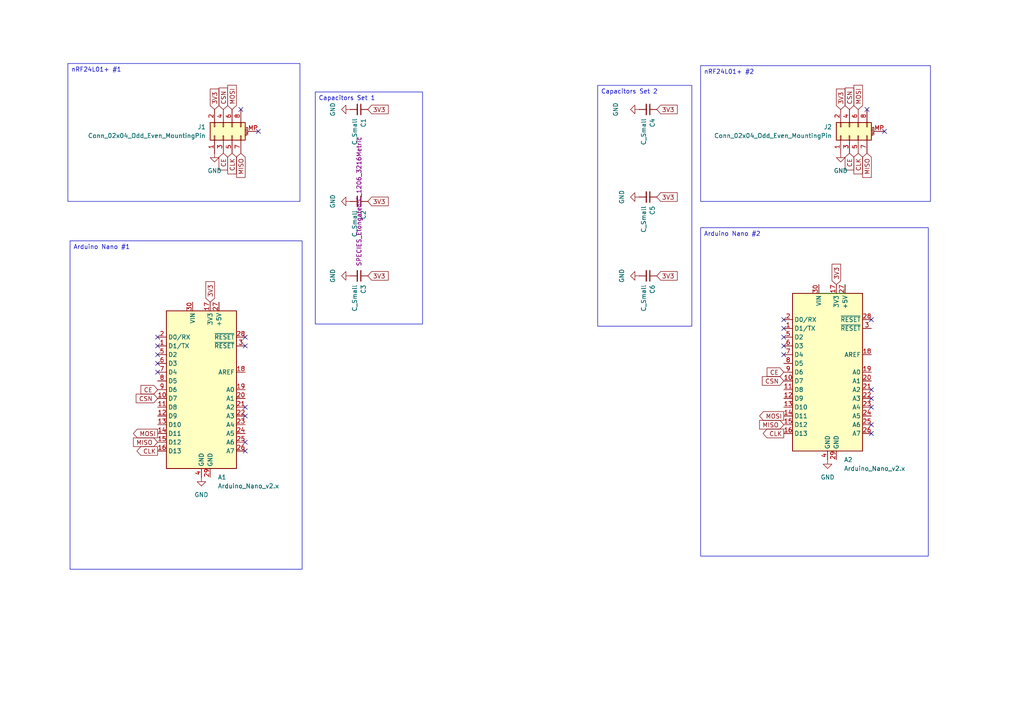
<source format=kicad_sch>
(kicad_sch (version 20231120) (generator "eeschema") (generator_version "8.0")
  (paper "A4")
  (title_block (title "Receiver PCB for Base Station") (date "2024-10-17") (company "Sydney Morris - ARTS Lab"))
  (lib_symbols
    (symbol "Connector_Generic_MountingPin:Conn_02x04_Odd_Even_MountingPin" (pin_names (offset 1.016) hide)
      (property "Reference" "J" (at 1.27 5.08 0))
      (property "Value" "Conn_02x04_Odd_Even_MountingPin" (at 2.54 -7.62 0))
      (symbol "Conn_02x04_Odd_Even_MountingPin_1_1"
        (rectangle (start -1.27 -4.953) (end 0 -5.207) (stroke (width 0.1524)))
        (rectangle (start -1.27 -2.413) (end 0 -2.667) (stroke (width 0.1524)))
        (rectangle (start -1.27 0.127) (end 0 -0.127) (stroke (width 0.1524)))
        (rectangle (start -1.27 2.667) (end 0 2.413) (stroke (width 0.1524)))
        (rectangle (start -1.27 3.81) (end 3.81 -6.35) (stroke (width 0.254)) (fill (type background)))
        (polyline (pts (xy 0.254 -7.112) (xy 2.286 -7.112)) (stroke (width 0.1524)))
        (rectangle (start 3.81 -4.953) (end 2.54 -5.207) (stroke (width 0.1524)))
        (rectangle (start 3.81 -2.413) (end 2.54 -2.667) (stroke (width 0.1524)))
        (rectangle (start 3.81 0.127) (end 2.54 -0.127) (stroke (width 0.1524)))
        (rectangle (start 3.81 2.667) (end 2.54 2.413) (stroke (width 0.1524)))
        (text "Mounting" (at 1.27 -6.731 0) (effects (font (size 0.381 0.381))))
        (pin passive line (at -5.08 2.54 0) (length 3.81) (name "Pin_1") (number "1"))
        (pin passive line (at 7.62 2.54 180) (length 3.81) (name "Pin_2") (number "2"))
        (pin passive line (at -5.08 0 0) (length 3.81) (name "Pin_3") (number "3"))
        (pin passive line (at 7.62 0 180) (length 3.81) (name "Pin_4") (number "4"))
        (pin passive line (at -5.08 -2.54 0) (length 3.81) (name "Pin_5") (number "5"))
        (pin passive line (at 7.62 -2.54 180) (length 3.81) (name "Pin_6") (number "6"))
        (pin passive line (at -5.08 -5.08 0) (length 3.81) (name "Pin_7") (number "7"))
        (pin passive line (at 7.62 -5.08 180) (length 3.81) (name "Pin_8") (number "8"))
        (pin passive line (at 1.27 -10.16 90) (length 3.048) (name "MountPin") (number "MP"))
      )
    )
    (symbol "Device:C_Small" (pin_numbers hide) (pin_names (offset 0.254) hide)
      (property "Reference" "C" (at 0.254 1.778 0))
      (property "Value" "C_Small" (at 0.254 -2.032 0))
      (symbol "C_Small_0_1"
        (polyline (pts (xy -1.524 -0.508) (xy 1.524 -0.508)) (stroke (width 0.3302)))
        (polyline (pts (xy -1.524 0.508) (xy 1.524 0.508)) (stroke (width 0.3048)))
      )
      (symbol "C_Small_1_1"
        (pin passive line (at 0 2.54 270) (length 2.032) (name "~") (number "1"))
        (pin passive line (at 0 -2.54 90) (length 2.032) (name "~") (number "2"))
      )
    )
    (symbol "MCU_Module:Arduino_Nano_v2.x"
      (property "Reference" "A" (at -10.16 23.495 0))
      (property "Value" "Arduino_Nano_v2.x" (at 5.08 -24.13 0))
      (symbol "Arduino_Nano_v2.x_0_1"
        (rectangle (start -10.16 22.86) (end 10.16 -22.86) (stroke (width 0.254)) (fill (type background)))
      )
      (symbol "Arduino_Nano_v2.x_1_1"
        (pin bidirectional line (at -12.7 12.7 0) (length 2.54) (name "D1/TX") (number "1"))
        (pin bidirectional line (at -12.7 -2.54 0) (length 2.54) (name "D7") (number "10"))
        (pin bidirectional line (at -12.7 -5.08 0) (length 2.54) (name "D8") (number "11"))
        (pin bidirectional line (at -12.7 -7.62 0) (length 2.54) (name "D9") (number "12"))
        (pin bidirectional line (at -12.7 -10.16 0) (length 2.54) (name "D10") (number "13"))
        (pin bidirectional line (at -12.7 -12.7 0) (length 2.54) (name "D11") (number "14"))
        (pin bidirectional line (at -12.7 -15.24 0) (length 2.54) (name "D12") (number "15"))
        (pin bidirectional line (at -12.7 -17.78 0) (length 2.54) (name "D13") (number "16"))
        (pin power_out line (at 2.54 25.4 270) (length 2.54) (name "3V3") (number "17"))
        (pin input line (at 12.7 5.08 180) (length 2.54) (name "AREF") (number "18"))
        (pin bidirectional line (at 12.7 0 180) (length 2.54) (name "A0") (number "19"))
        (pin bidirectional line (at -12.7 15.24 0) (length 2.54) (name "D0/RX") (number "2"))
        (pin bidirectional line (at 12.7 -2.54 180) (length 2.54) (name "A1") (number "20"))
        (pin bidirectional line (at 12.7 -5.08 180) (length 2.54) (name "A2") (number "21"))
        (pin bidirectional line (at 12.7 -7.62 180) (length 2.54) (name "A3") (number "22"))
        (pin bidirectional line (at 12.7 -10.16 180) (length 2.54) (name "A4") (number "23"))
        (pin bidirectional line (at 12.7 -12.7 180) (length 2.54) (name "A5") (number "24"))
        (pin bidirectional line (at 12.7 -15.24 180) (length 2.54) (name "A6") (number "25"))
        (pin bidirectional line (at 12.7 -17.78 180) (length 2.54) (name "A7") (number "26"))
        (pin power_out line (at 5.08 25.4 270) (length 2.54) (name "+5V") (number "27"))
        (pin input line (at 12.7 15.24 180) (length 2.54) (name "~{RESET}") (number "28"))
        (pin power_in line (at 2.54 -25.4 90) (length 2.54) (name "GND") (number "29"))
        (pin input line (at 12.7 12.7 180) (length 2.54) (name "~{RESET}") (number "3"))
        (pin power_in line (at -2.54 25.4 270) (length 2.54) (name "VIN") (number "30"))
        (pin power_in line (at 0 -25.4 90) (length 2.54) (name "GND") (number "4"))
        (pin bidirectional line (at -12.7 10.16 0) (length 2.54) (name "D2") (number "5"))
        (pin bidirectional line (at -12.7 7.62 0) (length 2.54) (name "D3") (number "6"))
        (pin bidirectional line (at -12.7 5.08 0) (length 2.54) (name "D4") (number "7"))
        (pin bidirectional line (at -12.7 2.54 0) (length 2.54) (name "D5") (number "8"))
        (pin bidirectional line (at -12.7 0 0) (length 2.54) (name "D6") (number "9"))
      )
    )
    (symbol "power:GND" (power) (pin_numbers hide) (pin_names (offset 0) hide)
      (property "Value" "GND" (at 0 -3.81 0))
      (symbol "GND_0_1"
        (polyline (pts (xy 0 0) (xy 0 -1.27) (xy 1.27 -1.27) (xy 0 -2.54) (xy -1.27 -1.27) (xy 0 -1.27)))
      )
      (symbol "GND_1_1"
        (pin power_in line (at 0 0 270) (length 0) (name "~") (number "1"))
      )
    )
  )
  (no_connect (at 45.72 100.33))
  (no_connect (at 227.33 95.25))
  (no_connect (at 251.46 31.75))
  (no_connect (at 252.73 92.71))
  (no_connect (at 71.12 97.79))
  (no_connect (at 227.33 97.79))
  (no_connect (at 252.73 125.73))
  (no_connect (at 69.85 31.75))
  (no_connect (at 45.72 105.41))
  (no_connect (at 74.93 38.1))
  (no_connect (at 71.12 120.65))
  (no_connect (at 45.72 102.87))
  (no_connect (at 227.33 92.71))
  (no_connect (at 45.72 107.95))
  (no_connect (at 71.12 130.81))
  (no_connect (at 71.12 128.27))
  (no_connect (at 256.54 38.1))
  (no_connect (at 71.12 100.33))
  (no_connect (at 71.12 118.11))
  (no_connect (at 227.33 100.33))
  (no_connect (at 252.73 113.03))
  (no_connect (at 227.33 102.87))
  (no_connect (at 252.73 123.19))
  (no_connect (at 252.73 118.11))
  (no_connect (at 45.72 97.79))
  (no_connect (at 252.73 115.57))
  (wire (pts (xy 245.11 85.09) (xy 245.11 82.55)))
  (wire (pts (xy 237.49 85.09) (xy 245.11 85.09)))
  (wire (pts (xy 237.49 82.55) (xy 237.49 85.09)))
  (text_box "Arduino Nano #2\n" (at 203.2 66.04 0) (size 66.04 95.25) (effects (font (size 1.27 1.27)) (justify left top)))
  (text_box "Capacitors Set 2" (at 173.355 24.765 0) (size 27.305 69.85) (effects (font (size 1.27 1.27)) (justify left top)))
  (text_box "Arduino Nano #1\n" (at 20.32 69.85 0) (size 67.31 95.25) (effects (font (size 1.27 1.27)) (justify left top)))
  (text_box "nRF24L01+ #1\n" (at 19.685 18.415 0) (size 67.31 40.005) (effects (font (size 1.27 1.27)) (justify left top)))
  (text_box "nRF24L01+ #2" (at 203.2 19.05 0) (size 66.675 39.37) (effects (font (size 1.27 1.27)) (justify left top)))
  (text_box "Capacitors Set 1" (at 91.44 26.67 0) (size 31.115 67.31) (effects (font (size 1.27 1.27)) (justify left top)))
  (global_label "CLK" (shape input) (at 67.31 44.45 270) (property "Intersheetrefs" "${INTERSHEET_REFS}" (effects (hide yes))))
  (global_label "CE" (shape input) (at 64.77 44.45 270) (property "Intersheetrefs" "${INTERSHEET_REFS}" (effects (hide yes))))
  (global_label "3V3" (shape input) (at 62.23 31.75 90) (property "Intersheetrefs" "${INTERSHEET_REFS}" (effects (hide yes))))
  (global_label "3V3" (shape input) (at 106.68 31.75 0) (property "Intersheetrefs" "${INTERSHEET_REFS}" (effects (hide yes))))
  (global_label "MISO" (shape input) (at 69.85 44.45 270) (property "Intersheetrefs" "${INTERSHEET_REFS}" (effects (hide yes))))
  (global_label "MOSI" (shape output) (at 45.72 125.73 180) (property "Intersheetrefs" "${INTERSHEET_REFS}" (effects (hide yes))))
  (global_label "CE" (shape input) (at 227.33 107.95 180) (property "Intersheetrefs" "${INTERSHEET_REFS}" (effects (hide yes))))
  (global_label "3V3" (shape input) (at 190.5 31.75 0) (property "Intersheetrefs" "${INTERSHEET_REFS}" (effects (hide yes))))
  (global_label "MOSI" (shape input) (at 248.92 31.75 90) (property "Intersheetrefs" "${INTERSHEET_REFS}" (effects (hide yes))))
  (global_label "MOSI" (shape output) (at 227.33 120.65 180) (property "Intersheetrefs" "${INTERSHEET_REFS}" (effects (hide yes))))
  (global_label "CLK" (shape output) (at 45.72 130.81 180) (property "Intersheetrefs" "${INTERSHEET_REFS}" (effects (hide yes))))
  (global_label "CSN" (shape input) (at 45.72 115.57 180) (property "Intersheetrefs" "${INTERSHEET_REFS}" (effects (hide yes))))
  (global_label "CSN" (shape input) (at 227.33 110.49 180) (property "Intersheetrefs" "${INTERSHEET_REFS}" (effects (hide yes))))
  (global_label "MISO" (shape input) (at 45.72 128.27 180) (property "Intersheetrefs" "${INTERSHEET_REFS}" (effects (hide yes))))
  (global_label "CE" (shape input) (at 45.72 113.03 180) (property "Intersheetrefs" "${INTERSHEET_REFS}" (effects (hide yes))))
  (global_label "CE" (shape input) (at 246.38 44.45 270) (property "Intersheetrefs" "${INTERSHEET_REFS}" (effects (hide yes))))
  (global_label "3V3" (shape input) (at 243.84 31.75 90) (property "Intersheetrefs" "${INTERSHEET_REFS}" (effects (hide yes))))
  (global_label "MISO" (shape input) (at 251.46 44.45 270) (property "Intersheetrefs" "${INTERSHEET_REFS}" (effects (hide yes))))
  (global_label "CLK" (shape output) (at 227.33 125.73 180) (property "Intersheetrefs" "${INTERSHEET_REFS}" (effects (hide yes))))
  (global_label "3V3" (shape input) (at 60.96 87.63 90) (property "Intersheetrefs" "${INTERSHEET_REFS}" (effects (hide yes))))
  (global_label "CSN" (shape input) (at 64.77 31.75 90) (property "Intersheetrefs" "${INTERSHEET_REFS}" (effects (hide yes))))
  (global_label "3V3" (shape input) (at 242.57 82.55 90) (property "Intersheetrefs" "${INTERSHEET_REFS}" (effects (hide yes))))
  (global_label "CSN" (shape input) (at 246.38 31.75 90) (property "Intersheetrefs" "${INTERSHEET_REFS}" (effects (hide yes))))
  (global_label "MOSI" (shape input) (at 67.31 31.75 90) (property "Intersheetrefs" "${INTERSHEET_REFS}" (effects (hide yes))))
  (global_label "CLK" (shape input) (at 248.92 44.45 270) (property "Intersheetrefs" "${INTERSHEET_REFS}" (effects (hide yes))))
  (global_label "MISO" (shape input) (at 227.33 123.19 180) (property "Intersheetrefs" "${INTERSHEET_REFS}" (effects (hide yes))))
  (global_label "3V3" (shape input) (at 106.68 80.01 0) (property "Intersheetrefs" "${INTERSHEET_REFS}" (effects (hide yes))))
  (global_label "3V3" (shape input) (at 190.5 57.15 0) (property "Intersheetrefs" "${INTERSHEET_REFS}" (effects (hide yes))))
  (global_label "3V3" (shape input) (at 106.68 58.42 0) (property "Intersheetrefs" "${INTERSHEET_REFS}" (effects (hide yes))))
  (global_label "3V3" (shape input) (at 190.5 80.01 0) (property "Intersheetrefs" "${INTERSHEET_REFS}" (effects (hide yes))))
  (symbol (lib_id "power:GND") (at 185.42 80.01 270) (unit 1)
    (property "Reference" "#PWR010" (effects (hide yes)))
    (property "Value" "GND" (at 180.34 80.01 0))
    (property "Description" "Power symbol creates a global label with name \"GND\" , ground" (effects (hide yes)))
  )
  (symbol (lib_id "Device:C_Small") (at 187.96 31.75 270) (unit 1)
    (property "Reference" "C4" (at 189.2238 34.29 0) (effects (justify left)))
    (property "Value" "C_Small" (at 186.6838 34.29 0) (effects (justify left)))
    (property "Footprint" "SPECIES_Elongated:C_1206_3216Metric" (effects (hide yes)))
    (property "Description" "Unpolarized capacitor, small symbol" (effects (hide yes)))
  )
  (symbol (lib_id "power:GND") (at 185.42 31.75 270) (unit 1)
    (property "Reference" "#PWR08" (effects (hide yes)))
    (property "Value" "GND" (at 178.562 31.75 0))
    (property "Description" "Power symbol creates a global label with name \"GND\" , ground" (effects (hide yes)))
  )
  (symbol (lib_id "Device:C_Small") (at 104.14 58.42 270) (unit 1)
    (property "Reference" "C2" (at 105.4038 60.96 0) (effects (justify left)))
    (property "Value" "C_Small" (at 102.8638 60.96 0) (effects (justify left)))
    (property "Footprint" "SPECIES_Elongated:C_1206_3216Metric" (at 104.14 58.42 0))
    (property "Description" "Unpolarized capacitor, small symbol" (effects (hide yes)))
  )
  (symbol (lib_id "power:GND") (at 58.42 138.43 0) (unit 1)
    (property "Reference" "#PWR03" (effects (hide yes)))
    (property "Value" "GND" (at 58.42 143.51 0))
    (property "Description" "Power symbol creates a global label with name \"GND\" , ground" (effects (hide yes)))
  )
  (symbol (lib_id "Device:C_Small") (at 187.96 80.01 270) (unit 1)
    (property "Reference" "C6" (at 189.2238 82.55 0) (effects (justify left)))
    (property "Value" "C_Small" (at 186.6838 82.55 0) (effects (justify left)))
    (property "Footprint" "SPECIES_Elongated:C_1206_3216Metric" (effects (hide yes)))
    (property "Description" "Unpolarized capacitor, small symbol" (effects (hide yes)))
  )
  (symbol (lib_id "power:GND") (at 62.23 44.45 0) (unit 1)
    (property "Reference" "#PWR04" (effects (hide yes)))
    (property "Value" "GND" (at 62.23 49.53 0))
    (property "Description" "Power symbol creates a global label with name \"GND\" , ground" (effects (hide yes)))
  )
  (symbol (lib_id "MCU_Module:Arduino_Nano_v2.x") (at 240.03 107.95 0) (unit 1)
    (property "Reference" "A2" (at 244.7641 133.35 0) (effects (justify left)))
    (property "Value" "Arduino_Nano_v2.x" (at 244.7641 135.89 0) (effects (justify left)))
    (property "Footprint" "Module:Arduino_Nano" (effects (hide yes)))
    (property "Datasheet" "https://www.arduino.cc/en/uploads/Main/ArduinoNanoManual23.pdf" (effects (hide yes)))
    (property "Description" "Arduino Nano v2.x" (effects (hide yes)))
  )
  (symbol (lib_id "power:GND") (at 185.42 57.15 270) (unit 1)
    (property "Reference" "#PWR09" (effects (hide yes)))
    (property "Value" "GND" (at 180.34 57.15 0))
    (property "Description" "Power symbol creates a global label with name \"GND\" , ground" (effects (hide yes)))
  )
  (symbol (lib_id "power:GND") (at 101.6 80.01 270) (unit 1)
    (property "Reference" "#PWR07" (effects (hide yes)))
    (property "Value" "GND" (at 96.52 80.01 0))
    (property "Description" "Power symbol creates a global label with name \"GND\" , ground" (effects (hide yes)))
  )
  (symbol (lib_id "Connector_Generic_MountingPin:Conn_02x04_Odd_Even_MountingPin") (at 64.77 39.37 90) (unit 1)
    (property "Reference" "J1" (at 59.69 36.8299 90) (effects (justify left)))
    (property "Value" "Conn_02x04_Odd_Even_MountingPin" (at 59.69 39.3699 90) (effects (justify left)))
    (property "Footprint" "Connector_PinSocket_2.54mm:PinSocket_2x04_P2.54mm_Vertical" (effects (hide yes)))
    (property "Description" "Generic connectable mounting pin connector, double row, 02x04, odd/even pin numbering scheme (row 1 odd numbers, row 2 even numbers), script generated (kicad-library-utils/schlib/autogen/connector/)" (effects (hide yes)))
  )
  (symbol (lib_id "Device:C_Small") (at 104.14 80.01 270) (unit 1)
    (property "Reference" "C3" (at 105.4038 82.55 0) (effects (justify left)))
    (property "Value" "C_Small" (at 102.8638 82.55 0) (effects (justify left)))
    (property "Footprint" "SPECIES_Elongated:C_1206_3216Metric" (effects (hide yes)))
    (property "Description" "Unpolarized capacitor, small symbol" (effects (hide yes)))
  )
  (symbol (lib_id "Device:C_Small") (at 104.14 31.75 270) (unit 1)
    (property "Reference" "C1" (at 105.4038 34.29 0) (effects (justify left)))
    (property "Value" "C_Small" (at 102.8638 34.29 0) (effects (justify left)))
    (property "Footprint" "SPECIES_Elongated:C_1206_3216Metric" (effects (hide yes)))
    (property "Description" "Unpolarized capacitor, small symbol" (effects (hide yes)))
  )
  (symbol (lib_id "power:GND") (at 101.6 31.75 270) (unit 1)
    (property "Reference" "#PWR05" (effects (hide yes)))
    (property "Value" "GND" (at 96.52 31.75 0))
    (property "Description" "Power symbol creates a global label with name \"GND\" , ground" (effects (hide yes)))
  )
  (symbol (lib_id "power:GND") (at 101.6 58.42 270) (unit 1)
    (property "Reference" "#PWR06" (effects (hide yes)))
    (property "Value" "GND" (at 96.52 58.42 0))
    (property "Description" "Power symbol creates a global label with name \"GND\" , ground" (effects (hide yes)))
  )
  (symbol (lib_id "power:GND") (at 243.84 44.45 0) (unit 1)
    (property "Reference" "#PWR01" (effects (hide yes)))
    (property "Value" "GND" (at 243.84 49.53 0))
    (property "Description" "Power symbol creates a global label with name \"GND\" , ground" (effects (hide yes)))
  )
  (symbol (lib_id "MCU_Module:Arduino_Nano_v2.x") (at 58.42 113.03 0) (unit 1)
    (property "Reference" "A1" (at 63.1541 138.43 0) (effects (justify left)))
    (property "Value" "Arduino_Nano_v2.x" (at 63.1541 140.97 0) (effects (justify left)))
    (property "Footprint" "Module:Arduino_Nano" (effects (hide yes)))
    (property "Datasheet" "https://www.arduino.cc/en/uploads/Main/ArduinoNanoManual23.pdf" (effects (hide yes)))
    (property "Description" "Arduino Nano v2.x" (effects (hide yes)))
  )
  (symbol (lib_id "Device:C_Small") (at 187.96 57.15 270) (unit 1)
    (property "Reference" "C5" (at 189.2238 59.69 0) (effects (justify left)))
    (property "Value" "C_Small" (at 186.6838 59.69 0) (effects (justify left)))
    (property "Footprint" "SPECIES_Elongated:C_1206_3216Metric" (effects (hide yes)))
    (property "Description" "Unpolarized capacitor, small symbol" (effects (hide yes)))
  )
  (symbol (lib_id "Connector_Generic_MountingPin:Conn_02x04_Odd_Even_MountingPin") (at 246.38 39.37 90) (unit 1)
    (property "Reference" "J2" (at 241.3 36.8299 90) (effects (justify left)))
    (property "Value" "Conn_02x04_Odd_Even_MountingPin" (at 241.3 39.3699 90) (effects (justify left)))
    (property "Footprint" "Connector_PinSocket_2.54mm:PinSocket_2x04_P2.54mm_Vertical" (effects (hide yes)))
    (property "Description" "Generic connectable mounting pin connector, double row, 02x04, odd/even pin numbering scheme (row 1 odd numbers, row 2 even numbers), script generated (kicad-library-utils/schlib/autogen/connector/)" (effects (hide yes)))
  )
  (symbol (lib_id "power:GND") (at 240.03 133.35 0) (unit 1)
    (property "Reference" "#PWR02" (effects (hide yes)))
    (property "Value" "GND" (at 240.03 138.43 0))
    (property "Description" "Power symbol creates a global label with name \"GND\" , ground" (effects (hide yes)))
  )
)
</source>
